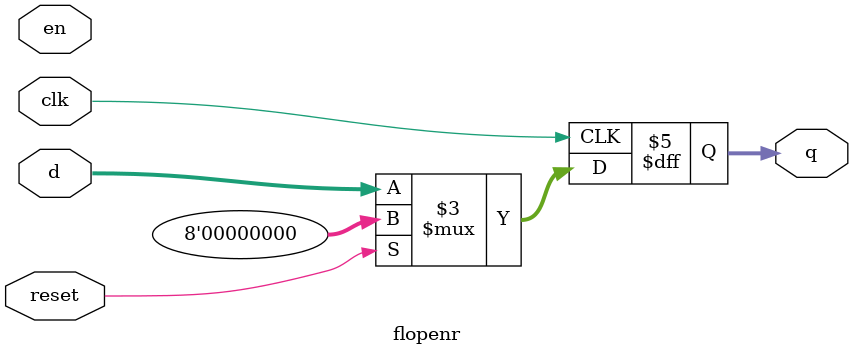
<source format=sv>
module flopenr #(parameter WIDTH = 8)
                (input logic clk,reset,en,
                 input logic [WIDTH-1:0] d,
                 output logic [WIDTH-1:0] q);

    always_ff @( posedge clk ) begin : flip_flop_en
            if(reset) q<=0;
            else      q<=d;   
    end
endmodule
</source>
